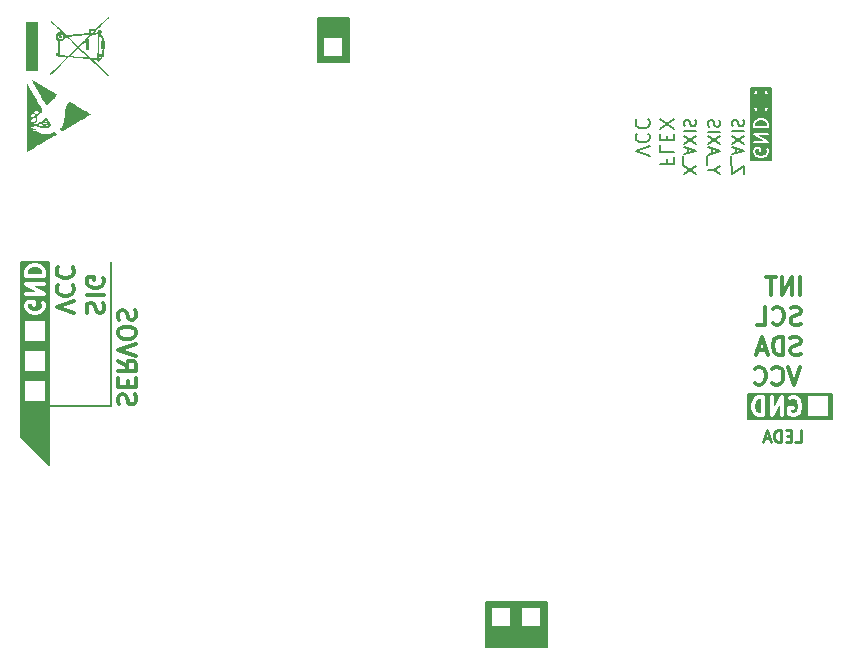
<source format=gbr>
%TF.GenerationSoftware,KiCad,Pcbnew,7.0.1*%
%TF.CreationDate,2023-05-06T15:08:35-03:00*%
%TF.ProjectId,Servo_Claw,53657276-6f5f-4436-9c61-772e6b696361,rev?*%
%TF.SameCoordinates,Original*%
%TF.FileFunction,Legend,Bot*%
%TF.FilePolarity,Positive*%
%FSLAX46Y46*%
G04 Gerber Fmt 4.6, Leading zero omitted, Abs format (unit mm)*
G04 Created by KiCad (PCBNEW 7.0.1) date 2023-05-06 15:08:35*
%MOMM*%
%LPD*%
G01*
G04 APERTURE LIST*
G04 Aperture macros list*
%AMRoundRect*
0 Rectangle with rounded corners*
0 $1 Rounding radius*
0 $2 $3 $4 $5 $6 $7 $8 $9 X,Y pos of 4 corners*
0 Add a 4 corners polygon primitive as box body*
4,1,4,$2,$3,$4,$5,$6,$7,$8,$9,$2,$3,0*
0 Add four circle primitives for the rounded corners*
1,1,$1+$1,$2,$3*
1,1,$1+$1,$4,$5*
1,1,$1+$1,$6,$7*
1,1,$1+$1,$8,$9*
0 Add four rect primitives between the rounded corners*
20,1,$1+$1,$2,$3,$4,$5,0*
20,1,$1+$1,$4,$5,$6,$7,0*
20,1,$1+$1,$6,$7,$8,$9,0*
20,1,$1+$1,$8,$9,$2,$3,0*%
G04 Aperture macros list end*
%ADD10C,0.200000*%
%ADD11C,0.150000*%
%ADD12C,0.300000*%
%ADD13C,0.250000*%
%ADD14C,1.700000*%
%ADD15O,1.700000X1.700000*%
%ADD16R,1.700000X1.700000*%
%ADD17O,1.200000X1.750000*%
%ADD18RoundRect,0.300000X-0.300000X-0.575000X0.300000X-0.575000X0.300000X0.575000X-0.300000X0.575000X0*%
%ADD19C,3.200000*%
%ADD20C,1.600000*%
%ADD21O,1.600000X1.600000*%
%ADD22R,1.600000X1.600000*%
G04 APERTURE END LIST*
D10*
X122123200Y-88442800D02*
X116840000Y-88442800D01*
D11*
X176072800Y-87426800D02*
X183134000Y-87426800D01*
X183134000Y-89560400D01*
X176072800Y-89560400D01*
X176072800Y-87426800D01*
G36*
X176072800Y-87426800D02*
G01*
X183134000Y-87426800D01*
X183134000Y-89560400D01*
X176072800Y-89560400D01*
X176072800Y-87426800D01*
G37*
X153822400Y-105054400D02*
X159054800Y-105054400D01*
X159054800Y-108889800D01*
X153822400Y-108889800D01*
X153822400Y-105054400D01*
G36*
X153822400Y-105054400D02*
G01*
X159054800Y-105054400D01*
X159054800Y-108889800D01*
X153822400Y-108889800D01*
X153822400Y-105054400D01*
G37*
D10*
X122123200Y-88442800D02*
X122123200Y-76301600D01*
D11*
X139598400Y-55575200D02*
X142240000Y-55575200D01*
X142240000Y-59334400D01*
X139598400Y-59334400D01*
X139598400Y-55575200D01*
G36*
X139598400Y-55575200D02*
G01*
X142240000Y-55575200D01*
X142240000Y-59334400D01*
X139598400Y-59334400D01*
X139598400Y-55575200D01*
G37*
X114503200Y-76276200D02*
X116865400Y-76276200D01*
X116865400Y-91059000D01*
X114503200Y-91059000D01*
X114503200Y-76276200D01*
G36*
X114503200Y-76276200D02*
G01*
X116865400Y-76276200D01*
X116865400Y-91059000D01*
X114503200Y-91059000D01*
X114503200Y-76276200D01*
G37*
X176276000Y-61569600D02*
X177952400Y-61569600D01*
X177952400Y-67614800D01*
X176276000Y-67614800D01*
X176276000Y-61569600D01*
G36*
X176276000Y-61569600D02*
G01*
X177952400Y-61569600D01*
X177952400Y-67614800D01*
X176276000Y-67614800D01*
X176276000Y-61569600D01*
G37*
X116890800Y-93421200D02*
X114503200Y-91059000D01*
X116865400Y-91059000D01*
X116890800Y-93421200D01*
G36*
X116890800Y-93421200D02*
G01*
X114503200Y-91059000D01*
X116865400Y-91059000D01*
X116890800Y-93421200D01*
G37*
D10*
X175695780Y-68830532D02*
X175695780Y-68163866D01*
X175695780Y-68163866D02*
X174695780Y-68830532D01*
X174695780Y-68830532D02*
X174695780Y-68163866D01*
X174600542Y-68021009D02*
X174600542Y-67259104D01*
X174981495Y-67068627D02*
X174981495Y-66592437D01*
X174695780Y-67163865D02*
X175695780Y-66830532D01*
X175695780Y-66830532D02*
X174695780Y-66497199D01*
X175695780Y-66259103D02*
X174695780Y-65592437D01*
X175695780Y-65592437D02*
X174695780Y-66259103D01*
X174695780Y-65211484D02*
X175695780Y-65211484D01*
X174743400Y-64782913D02*
X174695780Y-64640056D01*
X174695780Y-64640056D02*
X174695780Y-64401961D01*
X174695780Y-64401961D02*
X174743400Y-64306723D01*
X174743400Y-64306723D02*
X174791019Y-64259104D01*
X174791019Y-64259104D02*
X174886257Y-64211485D01*
X174886257Y-64211485D02*
X174981495Y-64211485D01*
X174981495Y-64211485D02*
X175076733Y-64259104D01*
X175076733Y-64259104D02*
X175124352Y-64306723D01*
X175124352Y-64306723D02*
X175171971Y-64401961D01*
X175171971Y-64401961D02*
X175219590Y-64592437D01*
X175219590Y-64592437D02*
X175267209Y-64687675D01*
X175267209Y-64687675D02*
X175314828Y-64735294D01*
X175314828Y-64735294D02*
X175410066Y-64782913D01*
X175410066Y-64782913D02*
X175505304Y-64782913D01*
X175505304Y-64782913D02*
X175600542Y-64735294D01*
X175600542Y-64735294D02*
X175648161Y-64687675D01*
X175648161Y-64687675D02*
X175695780Y-64592437D01*
X175695780Y-64592437D02*
X175695780Y-64354342D01*
X175695780Y-64354342D02*
X175648161Y-64211485D01*
X169186628Y-67570170D02*
X169186628Y-67970170D01*
X168558057Y-67970170D02*
X169758057Y-67970170D01*
X169758057Y-67970170D02*
X169758057Y-67398742D01*
X168558057Y-66370171D02*
X168558057Y-66941599D01*
X168558057Y-66941599D02*
X169758057Y-66941599D01*
X169186628Y-65970170D02*
X169186628Y-65570170D01*
X168558057Y-65398742D02*
X168558057Y-65970170D01*
X168558057Y-65970170D02*
X169758057Y-65970170D01*
X169758057Y-65970170D02*
X169758057Y-65398742D01*
X169758057Y-64998742D02*
X168558057Y-64198742D01*
X169758057Y-64198742D02*
X168558057Y-64998742D01*
X167726057Y-67284399D02*
X166526057Y-66884399D01*
X166526057Y-66884399D02*
X167726057Y-66484399D01*
X166640342Y-65398685D02*
X166583200Y-65455828D01*
X166583200Y-65455828D02*
X166526057Y-65627256D01*
X166526057Y-65627256D02*
X166526057Y-65741542D01*
X166526057Y-65741542D02*
X166583200Y-65912971D01*
X166583200Y-65912971D02*
X166697485Y-66027256D01*
X166697485Y-66027256D02*
X166811771Y-66084399D01*
X166811771Y-66084399D02*
X167040342Y-66141542D01*
X167040342Y-66141542D02*
X167211771Y-66141542D01*
X167211771Y-66141542D02*
X167440342Y-66084399D01*
X167440342Y-66084399D02*
X167554628Y-66027256D01*
X167554628Y-66027256D02*
X167668914Y-65912971D01*
X167668914Y-65912971D02*
X167726057Y-65741542D01*
X167726057Y-65741542D02*
X167726057Y-65627256D01*
X167726057Y-65627256D02*
X167668914Y-65455828D01*
X167668914Y-65455828D02*
X167611771Y-65398685D01*
X166640342Y-64198685D02*
X166583200Y-64255828D01*
X166583200Y-64255828D02*
X166526057Y-64427256D01*
X166526057Y-64427256D02*
X166526057Y-64541542D01*
X166526057Y-64541542D02*
X166583200Y-64712971D01*
X166583200Y-64712971D02*
X166697485Y-64827256D01*
X166697485Y-64827256D02*
X166811771Y-64884399D01*
X166811771Y-64884399D02*
X167040342Y-64941542D01*
X167040342Y-64941542D02*
X167211771Y-64941542D01*
X167211771Y-64941542D02*
X167440342Y-64884399D01*
X167440342Y-64884399D02*
X167554628Y-64827256D01*
X167554628Y-64827256D02*
X167668914Y-64712971D01*
X167668914Y-64712971D02*
X167726057Y-64541542D01*
X167726057Y-64541542D02*
X167726057Y-64427256D01*
X167726057Y-64427256D02*
X167668914Y-64255828D01*
X167668914Y-64255828D02*
X167611771Y-64198685D01*
X173139971Y-68497199D02*
X172663780Y-68497199D01*
X173663780Y-68830532D02*
X173139971Y-68497199D01*
X173139971Y-68497199D02*
X173663780Y-68163866D01*
X172568542Y-68068628D02*
X172568542Y-67306723D01*
X172949495Y-67116246D02*
X172949495Y-66640056D01*
X172663780Y-67211484D02*
X173663780Y-66878151D01*
X173663780Y-66878151D02*
X172663780Y-66544818D01*
X173663780Y-66306722D02*
X172663780Y-65640056D01*
X173663780Y-65640056D02*
X172663780Y-66306722D01*
X172663780Y-65259103D02*
X173663780Y-65259103D01*
X172711400Y-64830532D02*
X172663780Y-64687675D01*
X172663780Y-64687675D02*
X172663780Y-64449580D01*
X172663780Y-64449580D02*
X172711400Y-64354342D01*
X172711400Y-64354342D02*
X172759019Y-64306723D01*
X172759019Y-64306723D02*
X172854257Y-64259104D01*
X172854257Y-64259104D02*
X172949495Y-64259104D01*
X172949495Y-64259104D02*
X173044733Y-64306723D01*
X173044733Y-64306723D02*
X173092352Y-64354342D01*
X173092352Y-64354342D02*
X173139971Y-64449580D01*
X173139971Y-64449580D02*
X173187590Y-64640056D01*
X173187590Y-64640056D02*
X173235209Y-64735294D01*
X173235209Y-64735294D02*
X173282828Y-64782913D01*
X173282828Y-64782913D02*
X173378066Y-64830532D01*
X173378066Y-64830532D02*
X173473304Y-64830532D01*
X173473304Y-64830532D02*
X173568542Y-64782913D01*
X173568542Y-64782913D02*
X173616161Y-64735294D01*
X173616161Y-64735294D02*
X173663780Y-64640056D01*
X173663780Y-64640056D02*
X173663780Y-64401961D01*
X173663780Y-64401961D02*
X173616161Y-64259104D01*
D12*
X180500113Y-81496100D02*
X180285828Y-81567528D01*
X180285828Y-81567528D02*
X179928685Y-81567528D01*
X179928685Y-81567528D02*
X179785828Y-81496100D01*
X179785828Y-81496100D02*
X179714399Y-81424671D01*
X179714399Y-81424671D02*
X179642970Y-81281814D01*
X179642970Y-81281814D02*
X179642970Y-81138957D01*
X179642970Y-81138957D02*
X179714399Y-80996100D01*
X179714399Y-80996100D02*
X179785828Y-80924671D01*
X179785828Y-80924671D02*
X179928685Y-80853242D01*
X179928685Y-80853242D02*
X180214399Y-80781814D01*
X180214399Y-80781814D02*
X180357256Y-80710385D01*
X180357256Y-80710385D02*
X180428685Y-80638957D01*
X180428685Y-80638957D02*
X180500113Y-80496100D01*
X180500113Y-80496100D02*
X180500113Y-80353242D01*
X180500113Y-80353242D02*
X180428685Y-80210385D01*
X180428685Y-80210385D02*
X180357256Y-80138957D01*
X180357256Y-80138957D02*
X180214399Y-80067528D01*
X180214399Y-80067528D02*
X179857256Y-80067528D01*
X179857256Y-80067528D02*
X179642970Y-80138957D01*
X178142971Y-81424671D02*
X178214399Y-81496100D01*
X178214399Y-81496100D02*
X178428685Y-81567528D01*
X178428685Y-81567528D02*
X178571542Y-81567528D01*
X178571542Y-81567528D02*
X178785828Y-81496100D01*
X178785828Y-81496100D02*
X178928685Y-81353242D01*
X178928685Y-81353242D02*
X179000114Y-81210385D01*
X179000114Y-81210385D02*
X179071542Y-80924671D01*
X179071542Y-80924671D02*
X179071542Y-80710385D01*
X179071542Y-80710385D02*
X179000114Y-80424671D01*
X179000114Y-80424671D02*
X178928685Y-80281814D01*
X178928685Y-80281814D02*
X178785828Y-80138957D01*
X178785828Y-80138957D02*
X178571542Y-80067528D01*
X178571542Y-80067528D02*
X178428685Y-80067528D01*
X178428685Y-80067528D02*
X178214399Y-80138957D01*
X178214399Y-80138957D02*
X178142971Y-80210385D01*
X176785828Y-81567528D02*
X177500114Y-81567528D01*
X177500114Y-81567528D02*
X177500114Y-80067528D01*
X180477943Y-79027528D02*
X180477943Y-77527528D01*
X179763657Y-79027528D02*
X179763657Y-77527528D01*
X179763657Y-77527528D02*
X178906514Y-79027528D01*
X178906514Y-79027528D02*
X178906514Y-77527528D01*
X178406513Y-77527528D02*
X177549371Y-77527528D01*
X177977942Y-79027528D02*
X177977942Y-77527528D01*
X120103700Y-80580513D02*
X120032271Y-80366228D01*
X120032271Y-80366228D02*
X120032271Y-80009085D01*
X120032271Y-80009085D02*
X120103700Y-79866228D01*
X120103700Y-79866228D02*
X120175128Y-79794799D01*
X120175128Y-79794799D02*
X120317985Y-79723370D01*
X120317985Y-79723370D02*
X120460842Y-79723370D01*
X120460842Y-79723370D02*
X120603700Y-79794799D01*
X120603700Y-79794799D02*
X120675128Y-79866228D01*
X120675128Y-79866228D02*
X120746557Y-80009085D01*
X120746557Y-80009085D02*
X120817985Y-80294799D01*
X120817985Y-80294799D02*
X120889414Y-80437656D01*
X120889414Y-80437656D02*
X120960842Y-80509085D01*
X120960842Y-80509085D02*
X121103700Y-80580513D01*
X121103700Y-80580513D02*
X121246557Y-80580513D01*
X121246557Y-80580513D02*
X121389414Y-80509085D01*
X121389414Y-80509085D02*
X121460842Y-80437656D01*
X121460842Y-80437656D02*
X121532271Y-80294799D01*
X121532271Y-80294799D02*
X121532271Y-79937656D01*
X121532271Y-79937656D02*
X121460842Y-79723370D01*
X120032271Y-79080514D02*
X121532271Y-79080514D01*
X121460842Y-77580513D02*
X121532271Y-77723371D01*
X121532271Y-77723371D02*
X121532271Y-77937656D01*
X121532271Y-77937656D02*
X121460842Y-78151942D01*
X121460842Y-78151942D02*
X121317985Y-78294799D01*
X121317985Y-78294799D02*
X121175128Y-78366228D01*
X121175128Y-78366228D02*
X120889414Y-78437656D01*
X120889414Y-78437656D02*
X120675128Y-78437656D01*
X120675128Y-78437656D02*
X120389414Y-78366228D01*
X120389414Y-78366228D02*
X120246557Y-78294799D01*
X120246557Y-78294799D02*
X120103700Y-78151942D01*
X120103700Y-78151942D02*
X120032271Y-77937656D01*
X120032271Y-77937656D02*
X120032271Y-77794799D01*
X120032271Y-77794799D02*
X120103700Y-77580513D01*
X120103700Y-77580513D02*
X120175128Y-77509085D01*
X120175128Y-77509085D02*
X120675128Y-77509085D01*
X120675128Y-77509085D02*
X120675128Y-77794799D01*
X180460399Y-85147528D02*
X179960399Y-86647528D01*
X179960399Y-86647528D02*
X179460399Y-85147528D01*
X178103257Y-86504671D02*
X178174685Y-86576100D01*
X178174685Y-86576100D02*
X178388971Y-86647528D01*
X178388971Y-86647528D02*
X178531828Y-86647528D01*
X178531828Y-86647528D02*
X178746114Y-86576100D01*
X178746114Y-86576100D02*
X178888971Y-86433242D01*
X178888971Y-86433242D02*
X178960400Y-86290385D01*
X178960400Y-86290385D02*
X179031828Y-86004671D01*
X179031828Y-86004671D02*
X179031828Y-85790385D01*
X179031828Y-85790385D02*
X178960400Y-85504671D01*
X178960400Y-85504671D02*
X178888971Y-85361814D01*
X178888971Y-85361814D02*
X178746114Y-85218957D01*
X178746114Y-85218957D02*
X178531828Y-85147528D01*
X178531828Y-85147528D02*
X178388971Y-85147528D01*
X178388971Y-85147528D02*
X178174685Y-85218957D01*
X178174685Y-85218957D02*
X178103257Y-85290385D01*
X176603257Y-86504671D02*
X176674685Y-86576100D01*
X176674685Y-86576100D02*
X176888971Y-86647528D01*
X176888971Y-86647528D02*
X177031828Y-86647528D01*
X177031828Y-86647528D02*
X177246114Y-86576100D01*
X177246114Y-86576100D02*
X177388971Y-86433242D01*
X177388971Y-86433242D02*
X177460400Y-86290385D01*
X177460400Y-86290385D02*
X177531828Y-86004671D01*
X177531828Y-86004671D02*
X177531828Y-85790385D01*
X177531828Y-85790385D02*
X177460400Y-85504671D01*
X177460400Y-85504671D02*
X177388971Y-85361814D01*
X177388971Y-85361814D02*
X177246114Y-85218957D01*
X177246114Y-85218957D02*
X177031828Y-85147528D01*
X177031828Y-85147528D02*
X176888971Y-85147528D01*
X176888971Y-85147528D02*
X176674685Y-85218957D01*
X176674685Y-85218957D02*
X176603257Y-85290385D01*
X180485027Y-84036100D02*
X180270742Y-84107528D01*
X180270742Y-84107528D02*
X179913599Y-84107528D01*
X179913599Y-84107528D02*
X179770742Y-84036100D01*
X179770742Y-84036100D02*
X179699313Y-83964671D01*
X179699313Y-83964671D02*
X179627884Y-83821814D01*
X179627884Y-83821814D02*
X179627884Y-83678957D01*
X179627884Y-83678957D02*
X179699313Y-83536100D01*
X179699313Y-83536100D02*
X179770742Y-83464671D01*
X179770742Y-83464671D02*
X179913599Y-83393242D01*
X179913599Y-83393242D02*
X180199313Y-83321814D01*
X180199313Y-83321814D02*
X180342170Y-83250385D01*
X180342170Y-83250385D02*
X180413599Y-83178957D01*
X180413599Y-83178957D02*
X180485027Y-83036100D01*
X180485027Y-83036100D02*
X180485027Y-82893242D01*
X180485027Y-82893242D02*
X180413599Y-82750385D01*
X180413599Y-82750385D02*
X180342170Y-82678957D01*
X180342170Y-82678957D02*
X180199313Y-82607528D01*
X180199313Y-82607528D02*
X179842170Y-82607528D01*
X179842170Y-82607528D02*
X179627884Y-82678957D01*
X178985028Y-84107528D02*
X178985028Y-82607528D01*
X178985028Y-82607528D02*
X178627885Y-82607528D01*
X178627885Y-82607528D02*
X178413599Y-82678957D01*
X178413599Y-82678957D02*
X178270742Y-82821814D01*
X178270742Y-82821814D02*
X178199313Y-82964671D01*
X178199313Y-82964671D02*
X178127885Y-83250385D01*
X178127885Y-83250385D02*
X178127885Y-83464671D01*
X178127885Y-83464671D02*
X178199313Y-83750385D01*
X178199313Y-83750385D02*
X178270742Y-83893242D01*
X178270742Y-83893242D02*
X178413599Y-84036100D01*
X178413599Y-84036100D02*
X178627885Y-84107528D01*
X178627885Y-84107528D02*
X178985028Y-84107528D01*
X177556456Y-83678957D02*
X176842171Y-83678957D01*
X177699313Y-84107528D02*
X177199313Y-82607528D01*
X177199313Y-82607528D02*
X176699313Y-84107528D01*
X122796100Y-88327999D02*
X122724671Y-88113714D01*
X122724671Y-88113714D02*
X122724671Y-87756571D01*
X122724671Y-87756571D02*
X122796100Y-87613714D01*
X122796100Y-87613714D02*
X122867528Y-87542285D01*
X122867528Y-87542285D02*
X123010385Y-87470856D01*
X123010385Y-87470856D02*
X123153242Y-87470856D01*
X123153242Y-87470856D02*
X123296100Y-87542285D01*
X123296100Y-87542285D02*
X123367528Y-87613714D01*
X123367528Y-87613714D02*
X123438957Y-87756571D01*
X123438957Y-87756571D02*
X123510385Y-88042285D01*
X123510385Y-88042285D02*
X123581814Y-88185142D01*
X123581814Y-88185142D02*
X123653242Y-88256571D01*
X123653242Y-88256571D02*
X123796100Y-88327999D01*
X123796100Y-88327999D02*
X123938957Y-88327999D01*
X123938957Y-88327999D02*
X124081814Y-88256571D01*
X124081814Y-88256571D02*
X124153242Y-88185142D01*
X124153242Y-88185142D02*
X124224671Y-88042285D01*
X124224671Y-88042285D02*
X124224671Y-87685142D01*
X124224671Y-87685142D02*
X124153242Y-87470856D01*
X123510385Y-86828000D02*
X123510385Y-86328000D01*
X122724671Y-86113714D02*
X122724671Y-86828000D01*
X122724671Y-86828000D02*
X124224671Y-86828000D01*
X124224671Y-86828000D02*
X124224671Y-86113714D01*
X122724671Y-84613714D02*
X123438957Y-85113714D01*
X122724671Y-85470857D02*
X124224671Y-85470857D01*
X124224671Y-85470857D02*
X124224671Y-84899428D01*
X124224671Y-84899428D02*
X124153242Y-84756571D01*
X124153242Y-84756571D02*
X124081814Y-84685142D01*
X124081814Y-84685142D02*
X123938957Y-84613714D01*
X123938957Y-84613714D02*
X123724671Y-84613714D01*
X123724671Y-84613714D02*
X123581814Y-84685142D01*
X123581814Y-84685142D02*
X123510385Y-84756571D01*
X123510385Y-84756571D02*
X123438957Y-84899428D01*
X123438957Y-84899428D02*
X123438957Y-85470857D01*
X124224671Y-84185142D02*
X122724671Y-83685142D01*
X122724671Y-83685142D02*
X124224671Y-83185142D01*
X124224671Y-82399428D02*
X124224671Y-82113714D01*
X124224671Y-82113714D02*
X124153242Y-81970857D01*
X124153242Y-81970857D02*
X124010385Y-81828000D01*
X124010385Y-81828000D02*
X123724671Y-81756571D01*
X123724671Y-81756571D02*
X123224671Y-81756571D01*
X123224671Y-81756571D02*
X122938957Y-81828000D01*
X122938957Y-81828000D02*
X122796100Y-81970857D01*
X122796100Y-81970857D02*
X122724671Y-82113714D01*
X122724671Y-82113714D02*
X122724671Y-82399428D01*
X122724671Y-82399428D02*
X122796100Y-82542286D01*
X122796100Y-82542286D02*
X122938957Y-82685143D01*
X122938957Y-82685143D02*
X123224671Y-82756571D01*
X123224671Y-82756571D02*
X123724671Y-82756571D01*
X123724671Y-82756571D02*
X124010385Y-82685143D01*
X124010385Y-82685143D02*
X124153242Y-82542286D01*
X124153242Y-82542286D02*
X124224671Y-82399428D01*
X122796100Y-81185142D02*
X122724671Y-80970857D01*
X122724671Y-80970857D02*
X122724671Y-80613714D01*
X122724671Y-80613714D02*
X122796100Y-80470857D01*
X122796100Y-80470857D02*
X122867528Y-80399428D01*
X122867528Y-80399428D02*
X123010385Y-80327999D01*
X123010385Y-80327999D02*
X123153242Y-80327999D01*
X123153242Y-80327999D02*
X123296100Y-80399428D01*
X123296100Y-80399428D02*
X123367528Y-80470857D01*
X123367528Y-80470857D02*
X123438957Y-80613714D01*
X123438957Y-80613714D02*
X123510385Y-80899428D01*
X123510385Y-80899428D02*
X123581814Y-81042285D01*
X123581814Y-81042285D02*
X123653242Y-81113714D01*
X123653242Y-81113714D02*
X123796100Y-81185142D01*
X123796100Y-81185142D02*
X123938957Y-81185142D01*
X123938957Y-81185142D02*
X124081814Y-81113714D01*
X124081814Y-81113714D02*
X124153242Y-81042285D01*
X124153242Y-81042285D02*
X124224671Y-80899428D01*
X124224671Y-80899428D02*
X124224671Y-80542285D01*
X124224671Y-80542285D02*
X124153242Y-80327999D01*
X118992271Y-80562199D02*
X117492271Y-80062199D01*
X117492271Y-80062199D02*
X118992271Y-79562199D01*
X117635128Y-78205057D02*
X117563700Y-78276485D01*
X117563700Y-78276485D02*
X117492271Y-78490771D01*
X117492271Y-78490771D02*
X117492271Y-78633628D01*
X117492271Y-78633628D02*
X117563700Y-78847914D01*
X117563700Y-78847914D02*
X117706557Y-78990771D01*
X117706557Y-78990771D02*
X117849414Y-79062200D01*
X117849414Y-79062200D02*
X118135128Y-79133628D01*
X118135128Y-79133628D02*
X118349414Y-79133628D01*
X118349414Y-79133628D02*
X118635128Y-79062200D01*
X118635128Y-79062200D02*
X118777985Y-78990771D01*
X118777985Y-78990771D02*
X118920842Y-78847914D01*
X118920842Y-78847914D02*
X118992271Y-78633628D01*
X118992271Y-78633628D02*
X118992271Y-78490771D01*
X118992271Y-78490771D02*
X118920842Y-78276485D01*
X118920842Y-78276485D02*
X118849414Y-78205057D01*
X117635128Y-76705057D02*
X117563700Y-76776485D01*
X117563700Y-76776485D02*
X117492271Y-76990771D01*
X117492271Y-76990771D02*
X117492271Y-77133628D01*
X117492271Y-77133628D02*
X117563700Y-77347914D01*
X117563700Y-77347914D02*
X117706557Y-77490771D01*
X117706557Y-77490771D02*
X117849414Y-77562200D01*
X117849414Y-77562200D02*
X118135128Y-77633628D01*
X118135128Y-77633628D02*
X118349414Y-77633628D01*
X118349414Y-77633628D02*
X118635128Y-77562200D01*
X118635128Y-77562200D02*
X118777985Y-77490771D01*
X118777985Y-77490771D02*
X118920842Y-77347914D01*
X118920842Y-77347914D02*
X118992271Y-77133628D01*
X118992271Y-77133628D02*
X118992271Y-76990771D01*
X118992271Y-76990771D02*
X118920842Y-76776485D01*
X118920842Y-76776485D02*
X118849414Y-76705057D01*
D13*
X180039828Y-91496219D02*
X180516018Y-91496219D01*
X180516018Y-91496219D02*
X180516018Y-90496219D01*
X179706494Y-90972409D02*
X179373161Y-90972409D01*
X179230304Y-91496219D02*
X179706494Y-91496219D01*
X179706494Y-91496219D02*
X179706494Y-90496219D01*
X179706494Y-90496219D02*
X179230304Y-90496219D01*
X178801732Y-91496219D02*
X178801732Y-90496219D01*
X178801732Y-90496219D02*
X178563637Y-90496219D01*
X178563637Y-90496219D02*
X178420780Y-90543838D01*
X178420780Y-90543838D02*
X178325542Y-90639076D01*
X178325542Y-90639076D02*
X178277923Y-90734314D01*
X178277923Y-90734314D02*
X178230304Y-90924790D01*
X178230304Y-90924790D02*
X178230304Y-91067647D01*
X178230304Y-91067647D02*
X178277923Y-91258123D01*
X178277923Y-91258123D02*
X178325542Y-91353361D01*
X178325542Y-91353361D02*
X178420780Y-91448600D01*
X178420780Y-91448600D02*
X178563637Y-91496219D01*
X178563637Y-91496219D02*
X178801732Y-91496219D01*
X177849351Y-91210504D02*
X177373161Y-91210504D01*
X177944589Y-91496219D02*
X177611256Y-90496219D01*
X177611256Y-90496219D02*
X177277923Y-91496219D01*
D10*
X171631780Y-68830532D02*
X170631780Y-68163866D01*
X171631780Y-68163866D02*
X170631780Y-68830532D01*
X170536542Y-68021009D02*
X170536542Y-67259104D01*
X170917495Y-67068627D02*
X170917495Y-66592437D01*
X170631780Y-67163865D02*
X171631780Y-66830532D01*
X171631780Y-66830532D02*
X170631780Y-66497199D01*
X171631780Y-66259103D02*
X170631780Y-65592437D01*
X171631780Y-65592437D02*
X170631780Y-66259103D01*
X170631780Y-65211484D02*
X171631780Y-65211484D01*
X170679400Y-64782913D02*
X170631780Y-64640056D01*
X170631780Y-64640056D02*
X170631780Y-64401961D01*
X170631780Y-64401961D02*
X170679400Y-64306723D01*
X170679400Y-64306723D02*
X170727019Y-64259104D01*
X170727019Y-64259104D02*
X170822257Y-64211485D01*
X170822257Y-64211485D02*
X170917495Y-64211485D01*
X170917495Y-64211485D02*
X171012733Y-64259104D01*
X171012733Y-64259104D02*
X171060352Y-64306723D01*
X171060352Y-64306723D02*
X171107971Y-64401961D01*
X171107971Y-64401961D02*
X171155590Y-64592437D01*
X171155590Y-64592437D02*
X171203209Y-64687675D01*
X171203209Y-64687675D02*
X171250828Y-64735294D01*
X171250828Y-64735294D02*
X171346066Y-64782913D01*
X171346066Y-64782913D02*
X171441304Y-64782913D01*
X171441304Y-64782913D02*
X171536542Y-64735294D01*
X171536542Y-64735294D02*
X171584161Y-64687675D01*
X171584161Y-64687675D02*
X171631780Y-64592437D01*
X171631780Y-64592437D02*
X171631780Y-64354342D01*
X171631780Y-64354342D02*
X171584161Y-64211485D01*
%TO.C,G\u002A\u002A\u002A*%
G36*
X115912302Y-58040197D02*
G01*
X115912302Y-60114752D01*
X115406962Y-60114752D01*
X114901621Y-60114752D01*
X114901621Y-58040197D01*
X114901621Y-55965642D01*
X115406962Y-55965642D01*
X115912302Y-55965642D01*
X115912302Y-58040197D01*
G37*
G36*
X117878654Y-57062715D02*
G01*
X117939185Y-57103786D01*
X117960260Y-57179218D01*
X117959197Y-57197443D01*
X117930088Y-57268114D01*
X117872761Y-57310184D01*
X117802875Y-57316595D01*
X117736087Y-57280286D01*
X117703475Y-57224894D01*
X117697321Y-57149979D01*
X117726208Y-57088029D01*
X117762415Y-57067724D01*
X117827276Y-57056113D01*
X117878654Y-57062715D01*
G37*
G36*
X121384020Y-58936431D02*
G01*
X121331367Y-58999111D01*
X121310536Y-59027294D01*
X121245644Y-59100119D01*
X121185084Y-59151034D01*
X121142079Y-59188581D01*
X121137620Y-59192474D01*
X121111988Y-59263652D01*
X121111707Y-59275906D01*
X121096110Y-59319159D01*
X121045496Y-59330144D01*
X121017049Y-59328070D01*
X120984132Y-59305779D01*
X120970859Y-59246254D01*
X120967825Y-59219064D01*
X120957286Y-59185711D01*
X120941926Y-59174801D01*
X120929900Y-59166259D01*
X120873634Y-59154358D01*
X120776457Y-59143658D01*
X120770182Y-59143035D01*
X120677474Y-59135695D01*
X120608594Y-59133558D01*
X120578047Y-59137104D01*
X120590068Y-59152240D01*
X120635618Y-59199552D01*
X120710154Y-59274080D01*
X120808487Y-59370838D01*
X120925428Y-59484839D01*
X121055788Y-59611100D01*
X121194379Y-59744633D01*
X121336012Y-59880453D01*
X121475498Y-60013574D01*
X121607650Y-60139010D01*
X121727277Y-60251776D01*
X121829193Y-60346885D01*
X121908207Y-60419353D01*
X121959131Y-60464193D01*
X122016281Y-60511935D01*
X121934238Y-60512820D01*
X121915398Y-60512595D01*
X121896365Y-60509616D01*
X121874098Y-60501061D01*
X121845383Y-60484109D01*
X121807003Y-60455940D01*
X121755743Y-60413734D01*
X121688387Y-60354672D01*
X121601722Y-60275932D01*
X121492530Y-60174695D01*
X121357597Y-60048141D01*
X121193707Y-59893450D01*
X120997645Y-59707801D01*
X120766195Y-59488375D01*
X120367209Y-59110055D01*
X120126926Y-59089038D01*
X119436352Y-59028634D01*
X118505496Y-58947213D01*
X117853873Y-59591459D01*
X117674071Y-59769230D01*
X117504759Y-59936427D01*
X117366778Y-60072086D01*
X117256660Y-60179278D01*
X117170935Y-60261073D01*
X117106135Y-60320542D01*
X117058792Y-60360754D01*
X117025436Y-60384779D01*
X117002600Y-60395689D01*
X116986813Y-60396552D01*
X116974609Y-60390439D01*
X116962518Y-60380421D01*
X116944567Y-60364251D01*
X116935999Y-60337400D01*
X116968077Y-60301147D01*
X116990645Y-60279584D01*
X117048572Y-60223343D01*
X117135785Y-60138249D01*
X117247585Y-60028900D01*
X117379274Y-59899890D01*
X117526153Y-59755816D01*
X117683524Y-59601276D01*
X117779036Y-59507174D01*
X117957012Y-59329977D01*
X118097567Y-59187044D01*
X118201849Y-59077148D01*
X118271008Y-58999061D01*
X118306192Y-58951556D01*
X118308550Y-58933403D01*
X118280097Y-58928618D01*
X118205507Y-58920569D01*
X118100740Y-58911647D01*
X117978837Y-58903051D01*
X117949213Y-58901060D01*
X117802618Y-58887018D01*
X117703598Y-58869218D01*
X117654925Y-58848130D01*
X117651651Y-58845167D01*
X117612196Y-58827748D01*
X118649085Y-58827748D01*
X119395868Y-58889828D01*
X119427024Y-58892405D01*
X119618271Y-58907670D01*
X119790724Y-58920506D01*
X119937545Y-58930472D01*
X120051892Y-58937128D01*
X120126926Y-58940034D01*
X120155808Y-58938750D01*
X120154486Y-58934476D01*
X120126339Y-58900490D01*
X120066856Y-58837729D01*
X119981424Y-58751657D01*
X119875429Y-58647739D01*
X119754258Y-58531438D01*
X119339551Y-58137283D01*
X119333809Y-58143025D01*
X118994318Y-58482515D01*
X118649085Y-58827748D01*
X117612196Y-58827748D01*
X117597584Y-58821297D01*
X117523312Y-58811506D01*
X117428323Y-58811506D01*
X117428315Y-58751443D01*
X117774082Y-58751443D01*
X117993506Y-58769099D01*
X118003555Y-58769911D01*
X118131538Y-58780587D01*
X118258812Y-58791722D01*
X118359213Y-58801033D01*
X118505496Y-58815310D01*
X118877852Y-58439361D01*
X119250208Y-58063412D01*
X119249251Y-58062490D01*
X119425825Y-58062490D01*
X119436129Y-58075232D01*
X119480139Y-58120546D01*
X119553857Y-58193275D01*
X119651961Y-58288237D01*
X119769130Y-58400252D01*
X119900041Y-58524139D01*
X120371519Y-58968186D01*
X120644833Y-58996233D01*
X120727524Y-59004607D01*
X120831343Y-59014761D01*
X120906921Y-59021706D01*
X120941926Y-59024280D01*
X120942249Y-59024197D01*
X120947769Y-58995611D01*
X120950240Y-58957788D01*
X121111988Y-58957788D01*
X121111991Y-58959726D01*
X121118719Y-59012577D01*
X121142079Y-59017443D01*
X121187656Y-58975642D01*
X121225204Y-58925732D01*
X121221078Y-58898864D01*
X121171831Y-58891296D01*
X121166433Y-58891371D01*
X121125286Y-58905977D01*
X121123541Y-58906596D01*
X121111988Y-58957788D01*
X120950240Y-58957788D01*
X120952761Y-58919185D01*
X120957108Y-58799986D01*
X120960693Y-58643083D01*
X120963399Y-58453543D01*
X120965109Y-58236433D01*
X120965705Y-57996821D01*
X120965705Y-57825205D01*
X121125286Y-57825205D01*
X121125286Y-58651924D01*
X121228790Y-58651924D01*
X121248502Y-58651815D01*
X121295954Y-58647251D01*
X121327154Y-58628770D01*
X121347768Y-58586650D01*
X121363460Y-58511170D01*
X121379896Y-58392605D01*
X121398108Y-58252972D01*
X121314891Y-58252972D01*
X121231674Y-58252972D01*
X121231674Y-57907212D01*
X121391255Y-57907212D01*
X121391344Y-57926247D01*
X121395425Y-58027164D01*
X121404680Y-58095103D01*
X121417852Y-58119987D01*
X121420231Y-58119278D01*
X121432846Y-58086630D01*
X121441338Y-58012584D01*
X121444449Y-57907212D01*
X121444360Y-57888178D01*
X121440279Y-57787260D01*
X121431023Y-57719322D01*
X121417852Y-57694437D01*
X121415472Y-57695147D01*
X121402858Y-57727794D01*
X121394365Y-57801841D01*
X121391255Y-57907212D01*
X121231674Y-57907212D01*
X121231674Y-57561453D01*
X121301781Y-57561453D01*
X121333609Y-57560325D01*
X121358260Y-57548122D01*
X121363386Y-57511000D01*
X121354794Y-57435118D01*
X121347492Y-57395623D01*
X121319775Y-57300844D01*
X121280504Y-57200563D01*
X121236195Y-57108948D01*
X121193366Y-57040170D01*
X121158532Y-57008398D01*
X121155345Y-57008410D01*
X121146281Y-57023484D01*
X121139110Y-57064999D01*
X121133650Y-57137412D01*
X121129719Y-57245181D01*
X121127135Y-57392765D01*
X121125718Y-57584620D01*
X121125286Y-57825205D01*
X120965705Y-57825205D01*
X120965705Y-56969362D01*
X120866176Y-56985514D01*
X120849422Y-56988594D01*
X120787315Y-57007379D01*
X120757572Y-57028889D01*
X120739456Y-57040395D01*
X120680664Y-57051728D01*
X120597014Y-57056113D01*
X120578293Y-57056129D01*
X120511377Y-57058391D01*
X120460993Y-57069587D01*
X120415252Y-57096017D01*
X120413656Y-57096939D01*
X120355883Y-57147667D01*
X120274187Y-57228992D01*
X120195403Y-57309413D01*
X120149585Y-57360433D01*
X120133637Y-57388152D01*
X120143525Y-57399616D01*
X120175217Y-57401872D01*
X120247590Y-57401872D01*
X120247590Y-57840720D01*
X120247590Y-58279568D01*
X120115336Y-58279568D01*
X119983082Y-58279568D01*
X119975702Y-57904996D01*
X119968323Y-57530424D01*
X119695705Y-57787656D01*
X119660227Y-57821304D01*
X119567234Y-57911288D01*
X119492575Y-57986158D01*
X119443142Y-58038898D01*
X119425825Y-58062490D01*
X119249251Y-58062490D01*
X118811360Y-57640570D01*
X118677781Y-57513478D01*
X118539166Y-57386260D01*
X118431378Y-57293366D01*
X118356219Y-57236336D01*
X118318273Y-57218052D01*
X118545391Y-57218052D01*
X118546480Y-57220433D01*
X118573311Y-57251216D01*
X118631797Y-57311307D01*
X118716180Y-57394978D01*
X118820701Y-57496501D01*
X118939600Y-57610146D01*
X119333809Y-57984130D01*
X119807430Y-57527915D01*
X119902158Y-57435828D01*
X120022891Y-57315608D01*
X120122053Y-57213354D01*
X120195326Y-57133659D01*
X120238391Y-57081119D01*
X120246931Y-57060326D01*
X120236456Y-57059500D01*
X120178902Y-57061298D01*
X120078322Y-57067363D01*
X119941386Y-57077203D01*
X119774759Y-57090325D01*
X119585108Y-57106237D01*
X119379101Y-57124447D01*
X119271673Y-57134325D01*
X119076108Y-57153128D01*
X118901917Y-57170939D01*
X118755425Y-57187046D01*
X118642956Y-57200741D01*
X118570836Y-57211313D01*
X118545391Y-57218052D01*
X118318273Y-57218052D01*
X118315490Y-57216711D01*
X118286677Y-57222409D01*
X118243424Y-57260597D01*
X118195804Y-57341991D01*
X118171686Y-57385413D01*
X118083081Y-57492640D01*
X117976651Y-57562861D01*
X117863238Y-57588050D01*
X117827276Y-57588050D01*
X117774082Y-57588050D01*
X117774082Y-58169747D01*
X117774082Y-58751443D01*
X117428315Y-58751443D01*
X117428306Y-58685170D01*
X117428288Y-58558835D01*
X117528044Y-58558835D01*
X117627799Y-58558835D01*
X117635044Y-58057791D01*
X117642289Y-57556747D01*
X117574670Y-57503558D01*
X117544323Y-57477124D01*
X117467101Y-57371620D01*
X117430392Y-57251760D01*
X117430952Y-57189097D01*
X117614501Y-57189097D01*
X117625399Y-57250894D01*
X117679784Y-57336589D01*
X117733927Y-57377009D01*
X117827276Y-57401872D01*
X117869364Y-57396676D01*
X117954016Y-57354364D01*
X118015998Y-57281797D01*
X118040051Y-57193893D01*
X118038261Y-57163956D01*
X118005323Y-57071442D01*
X117940448Y-57007641D01*
X117856194Y-56977862D01*
X117765120Y-56987414D01*
X117679784Y-57041605D01*
X117639364Y-57095749D01*
X117614501Y-57189097D01*
X117430952Y-57189097D01*
X117431500Y-57127819D01*
X117467726Y-57010075D01*
X117536375Y-56908804D01*
X117634750Y-56834283D01*
X117760153Y-56796788D01*
X117799100Y-56791450D01*
X117855900Y-56778658D01*
X117874845Y-56766098D01*
X117865326Y-56755277D01*
X117822236Y-56711905D01*
X117749442Y-56640738D01*
X117652375Y-56547034D01*
X117536465Y-56436055D01*
X117407142Y-56313060D01*
X117315614Y-56226113D01*
X117191752Y-56107293D01*
X117100379Y-56017222D01*
X117037426Y-55951257D01*
X116998821Y-55904759D01*
X116980493Y-55873086D01*
X116978371Y-55851596D01*
X116988384Y-55835648D01*
X117009316Y-55820611D01*
X117035670Y-55821775D01*
X117074456Y-55845539D01*
X117133928Y-55897046D01*
X117222340Y-55981440D01*
X117258219Y-56016144D01*
X117350774Y-56105111D01*
X117469158Y-56218424D01*
X117605022Y-56348107D01*
X117750015Y-56486184D01*
X117895786Y-56624678D01*
X118376547Y-57080853D01*
X119305419Y-56995000D01*
X120234292Y-56909148D01*
X120239334Y-56803516D01*
X120380574Y-56803516D01*
X120389708Y-56872053D01*
X120415252Y-56896532D01*
X120431197Y-56891575D01*
X120480538Y-56858092D01*
X120540155Y-56803443D01*
X120630381Y-56710354D01*
X120505478Y-56710354D01*
X120380574Y-56710354D01*
X120380574Y-56803443D01*
X120380574Y-56803516D01*
X120239334Y-56803516D01*
X120242210Y-56743258D01*
X120250128Y-56577369D01*
X120515456Y-56577369D01*
X120780783Y-56577369D01*
X121323476Y-56043481D01*
X121476948Y-55893027D01*
X121606162Y-55767985D01*
X121706786Y-55673211D01*
X121783349Y-55604842D01*
X121840381Y-55559018D01*
X121882411Y-55531877D01*
X121913969Y-55519555D01*
X121939585Y-55518193D01*
X121942414Y-55518560D01*
X121958660Y-55523977D01*
X121963046Y-55536634D01*
X121952254Y-55560229D01*
X121922968Y-55598459D01*
X121871871Y-55655021D01*
X121795646Y-55733611D01*
X121690977Y-55837927D01*
X121554546Y-55971664D01*
X121383038Y-56138521D01*
X121247970Y-56270081D01*
X121086095Y-56429662D01*
X120959219Y-56558185D01*
X120865058Y-56658741D01*
X120801331Y-56734422D01*
X120765755Y-56788320D01*
X120756048Y-56823524D01*
X120769927Y-56843128D01*
X120805112Y-56850221D01*
X120859318Y-56847896D01*
X120872953Y-56846542D01*
X120934562Y-56835271D01*
X120960439Y-56810803D01*
X120965705Y-56760754D01*
X120966236Y-56746022D01*
X120993850Y-56661440D01*
X121053315Y-56604296D01*
X121130643Y-56579586D01*
X121211846Y-56592305D01*
X121282937Y-56647448D01*
X121320298Y-56705231D01*
X121334960Y-56781438D01*
X121301884Y-56856050D01*
X121293773Y-56867985D01*
X121282981Y-56902690D01*
X121297553Y-56945931D01*
X121341601Y-57014065D01*
X121344528Y-57018345D01*
X121389545Y-57102670D01*
X121434811Y-57215694D01*
X121471421Y-57335380D01*
X121479971Y-57368013D01*
X121507922Y-57461539D01*
X121533267Y-57528809D01*
X121551390Y-57557020D01*
X121559470Y-57575539D01*
X121567530Y-57636455D01*
X121573200Y-57728125D01*
X121576432Y-57838567D01*
X121577176Y-57955799D01*
X121575381Y-58067838D01*
X121570999Y-58162702D01*
X121563979Y-58228407D01*
X121554273Y-58252972D01*
X121552260Y-58253540D01*
X121538003Y-58284751D01*
X121523778Y-58354536D01*
X121511031Y-58450173D01*
X121501207Y-58558938D01*
X121495752Y-58668109D01*
X121496110Y-58764961D01*
X121496616Y-58777549D01*
X121495570Y-58849460D01*
X121482525Y-58883362D01*
X121453070Y-58892306D01*
X121434206Y-58897953D01*
X121417852Y-58910492D01*
X121384020Y-58936431D01*
G37*
G36*
X115420257Y-60860143D02*
G01*
X115486200Y-60888844D01*
X115538496Y-60918446D01*
X115645547Y-60980419D01*
X115796597Y-61068471D01*
X115981541Y-61176659D01*
X116190277Y-61299040D01*
X116412699Y-61429671D01*
X116638706Y-61562609D01*
X116858193Y-61691911D01*
X117061057Y-61811634D01*
X117237193Y-61915834D01*
X117376499Y-61998569D01*
X117468872Y-62053895D01*
X117504206Y-62075870D01*
X117504922Y-62084753D01*
X117488568Y-62146114D01*
X117452785Y-62243679D01*
X117378383Y-62372331D01*
X117266817Y-62451593D01*
X117245906Y-62461864D01*
X117150113Y-62527371D01*
X117029551Y-62628116D01*
X116905299Y-62746883D01*
X116858043Y-62794627D01*
X116753453Y-62895133D01*
X116673511Y-62964781D01*
X116632594Y-62990716D01*
X116623581Y-62982405D01*
X116579275Y-62919033D01*
X116504043Y-62800088D01*
X116402787Y-62633678D01*
X116280410Y-62427914D01*
X116141812Y-62190905D01*
X115991896Y-61930762D01*
X115915457Y-61796947D01*
X115773432Y-61546962D01*
X115647478Y-61323492D01*
X115542146Y-61134717D01*
X115461985Y-60988816D01*
X115411546Y-60893970D01*
X115395379Y-60858360D01*
X115420257Y-60860143D01*
G37*
G36*
X118613363Y-62722373D02*
G01*
X118680774Y-62756049D01*
X118798637Y-62820320D01*
X118956220Y-62908910D01*
X119142789Y-63015539D01*
X119347608Y-63133931D01*
X119559945Y-63257806D01*
X119769064Y-63380888D01*
X119964232Y-63496897D01*
X120134715Y-63599556D01*
X120269778Y-63682588D01*
X120358688Y-63739714D01*
X120390710Y-63764655D01*
X120374987Y-63777703D01*
X120301212Y-63825568D01*
X120175263Y-63902979D01*
X120006244Y-64004639D01*
X119803263Y-64125250D01*
X119575426Y-64259515D01*
X119331840Y-64402138D01*
X119081612Y-64547820D01*
X118833846Y-64691265D01*
X118597652Y-64827174D01*
X118382134Y-64950252D01*
X118196399Y-65055200D01*
X118049554Y-65136722D01*
X117950705Y-65189519D01*
X117908959Y-65208296D01*
X117876505Y-65187461D01*
X117832058Y-65120777D01*
X117830204Y-65116917D01*
X117792730Y-65013584D01*
X117807884Y-64944247D01*
X117881286Y-64881600D01*
X117935921Y-64841770D01*
X117992496Y-64782861D01*
X118037261Y-64704438D01*
X118073882Y-64594899D01*
X118106029Y-64442644D01*
X118137370Y-64236071D01*
X118171573Y-63963579D01*
X118193463Y-63786069D01*
X118222922Y-63564130D01*
X118250851Y-63371112D01*
X118274887Y-63223146D01*
X118292670Y-63136364D01*
X118328257Y-63048721D01*
X118394221Y-62936202D01*
X118472424Y-62829588D01*
X118547131Y-62750076D01*
X118602606Y-62718862D01*
X118613363Y-62722373D01*
G37*
G36*
X115813506Y-63981174D02*
G01*
X115806551Y-64023569D01*
X115826032Y-64062130D01*
X115876454Y-64187193D01*
X115859330Y-64318057D01*
X115776123Y-64427525D01*
X115771799Y-64430889D01*
X115685998Y-64485564D01*
X115620533Y-64508143D01*
X115598532Y-64511701D01*
X115567433Y-64547500D01*
X115567485Y-64548859D01*
X115602823Y-64570378D01*
X115690450Y-64567289D01*
X115811023Y-64543382D01*
X115945199Y-64502450D01*
X116073636Y-64448283D01*
X116156043Y-64398717D01*
X116292021Y-64293277D01*
X116412632Y-64175626D01*
X116438317Y-64147038D01*
X116536575Y-64054350D01*
X116610481Y-64027376D01*
X116673849Y-64065857D01*
X116740494Y-64169538D01*
X116746957Y-64182967D01*
X116749620Y-64256696D01*
X116692430Y-64297231D01*
X116588489Y-64293853D01*
X116532489Y-64290163D01*
X116500970Y-64314135D01*
X116501636Y-64323039D01*
X116540828Y-64369426D01*
X116621584Y-64380313D01*
X116717471Y-64351180D01*
X116741225Y-64339440D01*
X116816938Y-64321258D01*
X116843436Y-64348701D01*
X116809496Y-64414096D01*
X116769014Y-64446452D01*
X116687041Y-64464655D01*
X116551120Y-64460458D01*
X116421882Y-64457163D01*
X116355610Y-64472860D01*
X116359804Y-64505299D01*
X116437698Y-64551873D01*
X116503422Y-64570519D01*
X116589835Y-64560037D01*
X116714925Y-64512142D01*
X116764296Y-64490359D01*
X116865905Y-64447977D01*
X116915850Y-64436602D01*
X116928556Y-64455713D01*
X116918448Y-64504788D01*
X116917576Y-64556311D01*
X116972258Y-64598390D01*
X117001407Y-64612564D01*
X117039319Y-64663006D01*
X117044160Y-64716596D01*
X117007990Y-64741527D01*
X116991962Y-64746292D01*
X116925365Y-64787823D01*
X116837593Y-64858174D01*
X116776448Y-64910593D01*
X116712051Y-64949729D01*
X116649375Y-64948079D01*
X116573726Y-64919351D01*
X116554602Y-64912089D01*
X116475403Y-64882795D01*
X116378563Y-64870435D01*
X116274907Y-64896206D01*
X116224393Y-64911873D01*
X116202509Y-64918661D01*
X116132372Y-64917221D01*
X116067470Y-64872574D01*
X116031983Y-64848316D01*
X115914932Y-64807462D01*
X115766282Y-64785134D01*
X115612478Y-64782553D01*
X115479968Y-64800942D01*
X115405922Y-64836389D01*
X115395200Y-64841522D01*
X115362833Y-64877989D01*
X115362624Y-64906550D01*
X115413870Y-64931052D01*
X115528694Y-64962482D01*
X115589461Y-64978233D01*
X115706300Y-65012779D01*
X115769641Y-65045024D01*
X115795731Y-65085960D01*
X115800817Y-65146579D01*
X115801128Y-65157729D01*
X115814881Y-65202647D01*
X115859803Y-65239846D01*
X115950673Y-65278142D01*
X116102272Y-65326348D01*
X116356881Y-65395098D01*
X116569742Y-65431397D01*
X116748957Y-65432263D01*
X116912626Y-65397724D01*
X117078847Y-65327807D01*
X117084004Y-65325213D01*
X117208955Y-65268206D01*
X117307439Y-65233625D01*
X117358535Y-65228871D01*
X117359068Y-65229207D01*
X117402493Y-65278681D01*
X117453837Y-65363655D01*
X117511511Y-65475184D01*
X117152106Y-65680186D01*
X117063993Y-65730662D01*
X116890216Y-65830794D01*
X116673298Y-65956245D01*
X116427396Y-66098811D01*
X116166668Y-66250292D01*
X115905274Y-66402484D01*
X115676801Y-66535333D01*
X115644561Y-66553979D01*
X115461136Y-66660061D01*
X115276750Y-66765997D01*
X115132608Y-66848014D01*
X115037673Y-66900985D01*
X115000910Y-66919781D01*
X115000877Y-66919776D01*
X114998160Y-66880998D01*
X114995611Y-66770541D01*
X114993263Y-66594448D01*
X114991149Y-66358763D01*
X114989301Y-66069529D01*
X114987752Y-65732790D01*
X114986536Y-65354588D01*
X114985890Y-65040660D01*
X115383047Y-65040660D01*
X115419416Y-65081295D01*
X115498927Y-65123580D01*
X115600313Y-65154581D01*
X115644561Y-65161570D01*
X115712400Y-65156989D01*
X115718744Y-65129423D01*
X115667733Y-65090451D01*
X115563506Y-65051649D01*
X115522729Y-65041346D01*
X115431635Y-65024180D01*
X115387528Y-65025158D01*
X115383047Y-65040660D01*
X114985890Y-65040660D01*
X114985685Y-64940969D01*
X114985493Y-64753273D01*
X116525682Y-64753273D01*
X116573726Y-64777976D01*
X116664547Y-64766134D01*
X116753803Y-64702630D01*
X116794741Y-64655205D01*
X116799870Y-64629511D01*
X116750108Y-64626213D01*
X116671589Y-64641075D01*
X116589759Y-64676623D01*
X116532818Y-64718724D01*
X116525682Y-64753273D01*
X114985493Y-64753273D01*
X114985396Y-64658964D01*
X115995304Y-64658964D01*
X116027290Y-64699424D01*
X116112236Y-64733750D01*
X116224393Y-64753222D01*
X116337949Y-64750915D01*
X116466238Y-64732086D01*
X116330246Y-64639677D01*
X116259243Y-64595780D01*
X116175989Y-64569236D01*
X116094779Y-64585089D01*
X116027476Y-64620241D01*
X115995304Y-64658964D01*
X114985396Y-64658964D01*
X114985231Y-64497975D01*
X114985225Y-64365108D01*
X115292504Y-64365108D01*
X115320360Y-64429355D01*
X115405922Y-64455792D01*
X115543268Y-64431904D01*
X115544834Y-64431386D01*
X115678744Y-64368721D01*
X115745433Y-64285804D01*
X115755006Y-64170143D01*
X115749284Y-64132787D01*
X115718669Y-64077758D01*
X115647851Y-64071346D01*
X115629549Y-64074648D01*
X115530022Y-64114239D01*
X115424191Y-64180294D01*
X115411049Y-64193348D01*
X115328277Y-64275566D01*
X115292504Y-64365108D01*
X114985225Y-64365108D01*
X114985209Y-64031649D01*
X114985315Y-63849247D01*
X115342415Y-63849247D01*
X115342982Y-63926018D01*
X115396780Y-63979328D01*
X115411049Y-63982394D01*
X115492900Y-63968136D01*
X115592675Y-63921101D01*
X115660114Y-63875217D01*
X115697114Y-63828330D01*
X115680770Y-63784498D01*
X115639165Y-63751410D01*
X115532780Y-63732816D01*
X115409286Y-63770461D01*
X115393198Y-63780459D01*
X115342415Y-63849247D01*
X114985315Y-63849247D01*
X114985393Y-63716055D01*
X114985578Y-63557148D01*
X115622839Y-63557148D01*
X115637238Y-63631475D01*
X115728358Y-63707710D01*
X115761631Y-63727230D01*
X115830194Y-63759353D01*
X115874120Y-63748293D01*
X115925235Y-63691416D01*
X115971652Y-63617111D01*
X115983680Y-63558992D01*
X115957087Y-63523560D01*
X115874553Y-63481682D01*
X115774056Y-63465029D01*
X115691797Y-63483024D01*
X115685542Y-63487064D01*
X115622839Y-63557148D01*
X114985578Y-63557148D01*
X114985984Y-63207466D01*
X114986987Y-62769274D01*
X114988495Y-62396730D01*
X114990599Y-62085083D01*
X114993393Y-61829583D01*
X114996968Y-61625480D01*
X115001417Y-61468023D01*
X115006833Y-61352462D01*
X115013308Y-61274047D01*
X115020934Y-61228027D01*
X115029803Y-61209653D01*
X115040009Y-61214173D01*
X115052913Y-61232944D01*
X115104856Y-61316775D01*
X115184609Y-61451026D01*
X115286608Y-61625884D01*
X115405293Y-61831534D01*
X115535100Y-62058161D01*
X115670467Y-62295953D01*
X115805832Y-62535095D01*
X115935632Y-62765773D01*
X116054306Y-62978173D01*
X116156290Y-63162481D01*
X116236022Y-63308882D01*
X116287941Y-63407563D01*
X116306483Y-63448710D01*
X116298506Y-63465615D01*
X116246179Y-63530031D01*
X116155785Y-63625682D01*
X116039967Y-63738805D01*
X115940378Y-63834021D01*
X115855310Y-63922230D01*
X115830194Y-63957644D01*
X115813506Y-63981174D01*
G37*
%TD*%
%LPC*%
X177676514Y-66700285D02*
X177733657Y-66814571D01*
X177733657Y-66814571D02*
X177733657Y-66985999D01*
X177733657Y-66985999D02*
X177676514Y-67157428D01*
X177676514Y-67157428D02*
X177562228Y-67271713D01*
X177562228Y-67271713D02*
X177447942Y-67328856D01*
X177447942Y-67328856D02*
X177219371Y-67385999D01*
X177219371Y-67385999D02*
X177047942Y-67385999D01*
X177047942Y-67385999D02*
X176819371Y-67328856D01*
X176819371Y-67328856D02*
X176705085Y-67271713D01*
X176705085Y-67271713D02*
X176590800Y-67157428D01*
X176590800Y-67157428D02*
X176533657Y-66985999D01*
X176533657Y-66985999D02*
X176533657Y-66871713D01*
X176533657Y-66871713D02*
X176590800Y-66700285D01*
X176590800Y-66700285D02*
X176647942Y-66643142D01*
X176647942Y-66643142D02*
X177047942Y-66643142D01*
X177047942Y-66643142D02*
X177047942Y-66871713D01*
X176533657Y-66128856D02*
X177733657Y-66128856D01*
X177733657Y-66128856D02*
X176533657Y-65443142D01*
X176533657Y-65443142D02*
X177733657Y-65443142D01*
X176533657Y-64871713D02*
X177733657Y-64871713D01*
X177733657Y-64871713D02*
X177733657Y-64585999D01*
X177733657Y-64585999D02*
X177676514Y-64414570D01*
X177676514Y-64414570D02*
X177562228Y-64300285D01*
X177562228Y-64300285D02*
X177447942Y-64243142D01*
X177447942Y-64243142D02*
X177219371Y-64185999D01*
X177219371Y-64185999D02*
X177047942Y-64185999D01*
X177047942Y-64185999D02*
X176819371Y-64243142D01*
X176819371Y-64243142D02*
X176705085Y-64300285D01*
X176705085Y-64300285D02*
X176590800Y-64414570D01*
X176590800Y-64414570D02*
X176533657Y-64585999D01*
X176533657Y-64585999D02*
X176533657Y-64871713D01*
D12*
X179603256Y-87809757D02*
X179746114Y-87738328D01*
X179746114Y-87738328D02*
X179960399Y-87738328D01*
X179960399Y-87738328D02*
X180174685Y-87809757D01*
X180174685Y-87809757D02*
X180317542Y-87952614D01*
X180317542Y-87952614D02*
X180388971Y-88095471D01*
X180388971Y-88095471D02*
X180460399Y-88381185D01*
X180460399Y-88381185D02*
X180460399Y-88595471D01*
X180460399Y-88595471D02*
X180388971Y-88881185D01*
X180388971Y-88881185D02*
X180317542Y-89024042D01*
X180317542Y-89024042D02*
X180174685Y-89166900D01*
X180174685Y-89166900D02*
X179960399Y-89238328D01*
X179960399Y-89238328D02*
X179817542Y-89238328D01*
X179817542Y-89238328D02*
X179603256Y-89166900D01*
X179603256Y-89166900D02*
X179531828Y-89095471D01*
X179531828Y-89095471D02*
X179531828Y-88595471D01*
X179531828Y-88595471D02*
X179817542Y-88595471D01*
X178888971Y-89238328D02*
X178888971Y-87738328D01*
X178888971Y-87738328D02*
X178031828Y-89238328D01*
X178031828Y-89238328D02*
X178031828Y-87738328D01*
X177317542Y-89238328D02*
X177317542Y-87738328D01*
X177317542Y-87738328D02*
X176960399Y-87738328D01*
X176960399Y-87738328D02*
X176746113Y-87809757D01*
X176746113Y-87809757D02*
X176603256Y-87952614D01*
X176603256Y-87952614D02*
X176531827Y-88095471D01*
X176531827Y-88095471D02*
X176460399Y-88381185D01*
X176460399Y-88381185D02*
X176460399Y-88595471D01*
X176460399Y-88595471D02*
X176531827Y-88881185D01*
X176531827Y-88881185D02*
X176603256Y-89024042D01*
X176603256Y-89024042D02*
X176746113Y-89166900D01*
X176746113Y-89166900D02*
X176960399Y-89238328D01*
X176960399Y-89238328D02*
X177317542Y-89238328D01*
X116355442Y-79705056D02*
X116426871Y-79847914D01*
X116426871Y-79847914D02*
X116426871Y-80062199D01*
X116426871Y-80062199D02*
X116355442Y-80276485D01*
X116355442Y-80276485D02*
X116212585Y-80419342D01*
X116212585Y-80419342D02*
X116069728Y-80490771D01*
X116069728Y-80490771D02*
X115784014Y-80562199D01*
X115784014Y-80562199D02*
X115569728Y-80562199D01*
X115569728Y-80562199D02*
X115284014Y-80490771D01*
X115284014Y-80490771D02*
X115141157Y-80419342D01*
X115141157Y-80419342D02*
X114998300Y-80276485D01*
X114998300Y-80276485D02*
X114926871Y-80062199D01*
X114926871Y-80062199D02*
X114926871Y-79919342D01*
X114926871Y-79919342D02*
X114998300Y-79705056D01*
X114998300Y-79705056D02*
X115069728Y-79633628D01*
X115069728Y-79633628D02*
X115569728Y-79633628D01*
X115569728Y-79633628D02*
X115569728Y-79919342D01*
X114926871Y-78990771D02*
X116426871Y-78990771D01*
X116426871Y-78990771D02*
X114926871Y-78133628D01*
X114926871Y-78133628D02*
X116426871Y-78133628D01*
X114926871Y-77419342D02*
X116426871Y-77419342D01*
X116426871Y-77419342D02*
X116426871Y-77062199D01*
X116426871Y-77062199D02*
X116355442Y-76847913D01*
X116355442Y-76847913D02*
X116212585Y-76705056D01*
X116212585Y-76705056D02*
X116069728Y-76633627D01*
X116069728Y-76633627D02*
X115784014Y-76562199D01*
X115784014Y-76562199D02*
X115569728Y-76562199D01*
X115569728Y-76562199D02*
X115284014Y-76633627D01*
X115284014Y-76633627D02*
X115141157Y-76705056D01*
X115141157Y-76705056D02*
X114998300Y-76847913D01*
X114998300Y-76847913D02*
X114926871Y-77062199D01*
X114926871Y-77062199D02*
X114926871Y-77419342D01*
D14*
%TO.C,J4*%
X120736600Y-82143600D03*
D15*
X118196600Y-82143600D03*
D16*
X115656600Y-82143600D03*
%TD*%
D17*
%TO.C,J1*%
X167110400Y-62670600D03*
X169110400Y-62670600D03*
X171110400Y-62670600D03*
X173110400Y-62670600D03*
X175110400Y-62670600D03*
D18*
X177110400Y-62670600D03*
%TD*%
D14*
%TO.C,J2*%
X120736600Y-87223600D03*
D15*
X118196600Y-87223600D03*
D16*
X115656600Y-87223600D03*
%TD*%
D19*
%TO.C,A1*%
X129746200Y-58099600D03*
X180546200Y-73339600D03*
X180546200Y-101279600D03*
D20*
X142446200Y-106359600D03*
D21*
X144986200Y-106359600D03*
X147526200Y-106359600D03*
X150066200Y-106359600D03*
X152606200Y-106359600D03*
D22*
X155146200Y-106359600D03*
X157686200Y-106359600D03*
D21*
X160226200Y-106359600D03*
X165306200Y-106359600D03*
X167846200Y-106359600D03*
X170386200Y-106359600D03*
X172926200Y-106359600D03*
X175466200Y-106359600D03*
X178006200Y-106359600D03*
X178006200Y-58099600D03*
X175466200Y-58099600D03*
X172926200Y-58099600D03*
X170386200Y-58099600D03*
X167846200Y-58099600D03*
X165306200Y-58099600D03*
X162766200Y-58099600D03*
X160226200Y-58099600D03*
X156166200Y-58099600D03*
X153626200Y-58099600D03*
X151086200Y-58099600D03*
X148546200Y-58099600D03*
X146006200Y-58099600D03*
X143466200Y-58099600D03*
D22*
X140926200Y-58099600D03*
D21*
X138386200Y-58099600D03*
X135846200Y-58099600D03*
X133306200Y-58099600D03*
%TD*%
D14*
%TO.C,J5*%
X181940200Y-91033600D03*
D16*
X181940200Y-88493600D03*
D15*
X181940200Y-85953600D03*
X181940200Y-83413600D03*
X181940200Y-80873600D03*
X181940200Y-78333600D03*
%TD*%
D14*
%TO.C,J3*%
X120736600Y-84683600D03*
D15*
X118196600Y-84683600D03*
D16*
X115656600Y-84683600D03*
%TD*%
M02*

</source>
